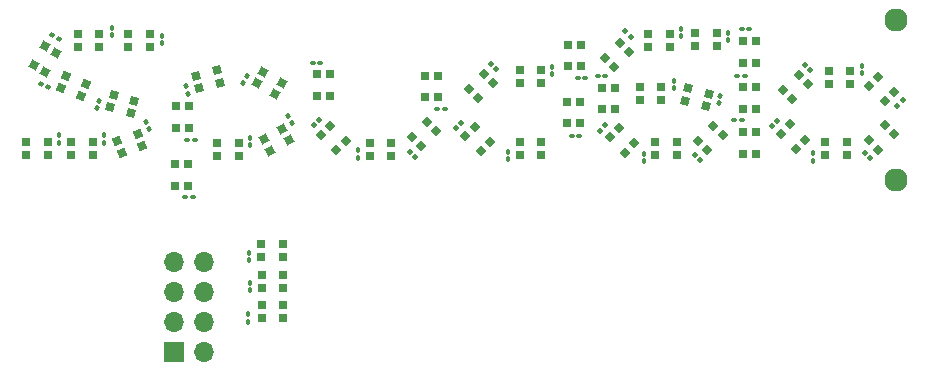
<source format=gts>
G04 #@! TF.GenerationSoftware,KiCad,Pcbnew,7.0.2-0*
G04 #@! TF.CreationDate,2023-10-15T17:43:40-05:00*
G04 #@! TF.ProjectId,spudglo_business_card,73707564-676c-46f5-9f62-7573696e6573,rev?*
G04 #@! TF.SameCoordinates,Original*
G04 #@! TF.FileFunction,Soldermask,Top*
G04 #@! TF.FilePolarity,Negative*
%FSLAX46Y46*%
G04 Gerber Fmt 4.6, Leading zero omitted, Abs format (unit mm)*
G04 Created by KiCad (PCBNEW 7.0.2-0) date 2023-10-15 17:43:40*
%MOMM*%
%LPD*%
G01*
G04 APERTURE LIST*
G04 Aperture macros list*
%AMRoundRect*
0 Rectangle with rounded corners*
0 $1 Rounding radius*
0 $2 $3 $4 $5 $6 $7 $8 $9 X,Y pos of 4 corners*
0 Add a 4 corners polygon primitive as box body*
4,1,4,$2,$3,$4,$5,$6,$7,$8,$9,$2,$3,0*
0 Add four circle primitives for the rounded corners*
1,1,$1+$1,$2,$3*
1,1,$1+$1,$4,$5*
1,1,$1+$1,$6,$7*
1,1,$1+$1,$8,$9*
0 Add four rect primitives between the rounded corners*
20,1,$1+$1,$2,$3,$4,$5,0*
20,1,$1+$1,$4,$5,$6,$7,0*
20,1,$1+$1,$6,$7,$8,$9,0*
20,1,$1+$1,$8,$9,$2,$3,0*%
%AMRotRect*
0 Rectangle, with rotation*
0 The origin of the aperture is its center*
0 $1 length*
0 $2 width*
0 $3 Rotation angle, in degrees counterclockwise*
0 Add horizontal line*
21,1,$1,$2,0,0,$3*%
G04 Aperture macros list end*
%ADD10RotRect,0.700000X0.700000X225.000000*%
%ADD11R,0.700000X0.700000*%
%ADD12RotRect,0.700000X0.700000X45.000000*%
%ADD13RotRect,0.700000X0.700000X195.000000*%
%ADD14RotRect,0.700000X0.700000X345.000000*%
%ADD15RotRect,0.700000X0.700000X30.000000*%
%ADD16RotRect,0.700000X0.700000X315.000000*%
%ADD17RotRect,0.700000X0.700000X135.000000*%
%ADD18RotRect,0.700000X0.700000X150.000000*%
%ADD19RotRect,0.700000X0.700000X165.000000*%
%ADD20RotRect,0.700000X0.700000X20.000000*%
%ADD21RotRect,0.700000X0.700000X60.000000*%
%ADD22RotRect,0.700000X0.700000X160.000000*%
%ADD23RoundRect,0.100000X0.100000X-0.130000X0.100000X0.130000X-0.100000X0.130000X-0.100000X-0.130000X0*%
%ADD24RoundRect,0.100000X-0.162635X0.021213X0.021213X-0.162635X0.162635X-0.021213X-0.021213X0.162635X0*%
%ADD25RoundRect,0.100000X-0.100000X0.130000X-0.100000X-0.130000X0.100000X-0.130000X0.100000X0.130000X0*%
%ADD26RoundRect,0.100000X-0.021213X-0.162635X0.162635X0.021213X0.021213X0.162635X-0.162635X-0.021213X0*%
%ADD27RoundRect,0.100000X0.021213X0.162635X-0.162635X-0.021213X-0.021213X-0.162635X0.162635X0.021213X0*%
%ADD28RoundRect,0.100000X-0.130000X-0.100000X0.130000X-0.100000X0.130000X0.100000X-0.130000X0.100000X0*%
%ADD29RoundRect,0.100000X0.130000X0.100000X-0.130000X0.100000X-0.130000X-0.100000X0.130000X-0.100000X0*%
%ADD30RoundRect,0.100000X0.151603X-0.062583X0.021603X0.162583X-0.151603X0.062583X-0.021603X-0.162583X0*%
%ADD31RoundRect,0.100000X-0.021603X0.162583X-0.151603X-0.062583X0.021603X-0.162583X0.151603X0.062583X0*%
%ADD32RoundRect,0.100000X0.162583X0.021603X-0.062583X0.151603X-0.162583X-0.021603X0.062583X-0.151603X0*%
%ADD33RoundRect,0.100000X0.162635X-0.021213X-0.021213X0.162635X-0.162635X0.021213X0.021213X-0.162635X0*%
%ADD34RoundRect,0.100000X0.160082X0.035690X-0.075558X0.145571X-0.160082X-0.035690X0.075558X-0.145571X0*%
%ADD35RoundRect,0.100000X0.130239X-0.099688X0.062946X0.151452X-0.130239X0.099688X-0.062946X-0.151452X0*%
%ADD36RoundRect,0.100000X0.062946X-0.151452X0.130239X0.099688X-0.062946X0.151452X-0.130239X-0.099688X0*%
%ADD37RoundRect,0.100000X-0.062946X0.151452X-0.130239X-0.099688X0.062946X-0.151452X0.130239X0.099688X0*%
%ADD38RoundRect,0.100000X0.138432X-0.087958X0.049507X0.156362X-0.138432X0.087958X-0.049507X-0.156362X0*%
%ADD39C,1.959000*%
%ADD40R,1.700000X1.700000*%
%ADD41O,1.700000X1.700000*%
G04 APERTURE END LIST*
D10*
X243281822Y-107173812D03*
X242504005Y-106395995D03*
X241210000Y-107690000D03*
X241987817Y-108467817D03*
D11*
X184330000Y-107750000D03*
X184330000Y-108850000D03*
X186160000Y-108850000D03*
X186160000Y-107750000D03*
X236260000Y-103170000D03*
X236260000Y-104270000D03*
X238090000Y-104270000D03*
X238090000Y-103170000D03*
D12*
X221812183Y-103302183D03*
X222590000Y-104080000D03*
X223884005Y-102785995D03*
X223106188Y-102008178D03*
D13*
X200742346Y-102768880D03*
X200457645Y-101706361D03*
X198690000Y-102180000D03*
X198974701Y-103242519D03*
D11*
X215220000Y-108980000D03*
X215220000Y-107880000D03*
X213390000Y-107880000D03*
X213390000Y-108980000D03*
X192960000Y-98680000D03*
X192960000Y-99780000D03*
X194790000Y-99780000D03*
X194790000Y-98680000D03*
D14*
X240362355Y-103216361D03*
X240077654Y-104278880D03*
X241845299Y-104752519D03*
X242130000Y-103690000D03*
D11*
X244990000Y-101110000D03*
X246090000Y-101110000D03*
X246090000Y-99280000D03*
X244990000Y-99280000D03*
D12*
X233295995Y-100674005D03*
X234073812Y-101451822D03*
X235367817Y-100157817D03*
X234590000Y-99380000D03*
D11*
X197990000Y-109680000D03*
X196890000Y-109680000D03*
X196890000Y-111510000D03*
X197990000Y-111510000D03*
X244990000Y-104980001D03*
X246090000Y-104980001D03*
X246090000Y-103150001D03*
X244990000Y-103150001D03*
X240965000Y-98570000D03*
X240965000Y-99670000D03*
X242795000Y-99670000D03*
X242795000Y-98570000D03*
D15*
X204425174Y-107565000D03*
X204975174Y-108517628D03*
X206560000Y-107602628D03*
X206010000Y-106650000D03*
D11*
X188110000Y-107790000D03*
X188110000Y-108890000D03*
X189940000Y-108890000D03*
X189940000Y-107790000D03*
D10*
X257771822Y-107133812D03*
X256994005Y-106355995D03*
X255700000Y-107650000D03*
X256477817Y-108427817D03*
D11*
X239420000Y-108880000D03*
X239420000Y-107780000D03*
X237590000Y-107780000D03*
X237590000Y-108880000D03*
X227920000Y-108880000D03*
X227920000Y-107780000D03*
X226090000Y-107780000D03*
X226090000Y-108880000D03*
X236960000Y-98680000D03*
X236960000Y-99780000D03*
X238790000Y-99780000D03*
X238790000Y-98680000D03*
X208930078Y-103905892D03*
X210030078Y-103905892D03*
X210030078Y-102075892D03*
X208930078Y-102075892D03*
D16*
X256483812Y-102258178D03*
X255705995Y-103035995D03*
X257000000Y-104330000D03*
X257777817Y-103552183D03*
D11*
X206095000Y-120120000D03*
X206095000Y-119020000D03*
X204265000Y-119020000D03*
X204265000Y-120120000D03*
D17*
X249484005Y-108374005D03*
X250261822Y-107596188D03*
X248967817Y-106302183D03*
X248190000Y-107080000D03*
D18*
X205407413Y-103713814D03*
X205957413Y-102761186D03*
X204372587Y-101846186D03*
X203822587Y-102798814D03*
D11*
X206070000Y-117560000D03*
X206070000Y-116460000D03*
X204240000Y-116460000D03*
X204240000Y-117560000D03*
X198090000Y-104779999D03*
X196990000Y-104779999D03*
X196990000Y-106609999D03*
X198090000Y-106609999D03*
D17*
X222806188Y-108551822D03*
X223584005Y-107774005D03*
X222290000Y-106480000D03*
X221512183Y-107257817D03*
D19*
X193205299Y-105342519D03*
X193490000Y-104280000D03*
X191722355Y-103806361D03*
X191437654Y-104868880D03*
D11*
X231190000Y-104380000D03*
X230090000Y-104380000D03*
X230090000Y-106210000D03*
X231190000Y-106210000D03*
D17*
X210584005Y-108474005D03*
X211361822Y-107696188D03*
X210067817Y-106402183D03*
X209290000Y-107180000D03*
D11*
X244990000Y-108780000D03*
X246090000Y-108780000D03*
X246090000Y-106950000D03*
X244990000Y-106950000D03*
X252275000Y-101793109D03*
X252275000Y-102893109D03*
X254105000Y-102893109D03*
X254105000Y-101793109D03*
X231290001Y-99549999D03*
X230190001Y-99549999D03*
X230190001Y-101379999D03*
X231290001Y-101379999D03*
D17*
X235042183Y-108687817D03*
X235820000Y-107910000D03*
X234525995Y-106615995D03*
X233748178Y-107393812D03*
D11*
X202300000Y-107840000D03*
X202300000Y-108940000D03*
X200470000Y-108940000D03*
X200470000Y-107840000D03*
X206100000Y-122670000D03*
X206100000Y-121570000D03*
X204270000Y-121570000D03*
X204270000Y-122670000D03*
D20*
X192030362Y-107705896D03*
X192406584Y-108739558D03*
X194126222Y-108113662D03*
X193750000Y-107080000D03*
D21*
X184980000Y-101290000D03*
X185932628Y-101840000D03*
X186847628Y-100255174D03*
X185895000Y-99705174D03*
D11*
X188690000Y-98680000D03*
X188690000Y-99780000D03*
X190520000Y-99780000D03*
X190520000Y-98680000D03*
X253820000Y-108930000D03*
X253820000Y-107830000D03*
X251990000Y-107830000D03*
X251990000Y-108930000D03*
X226090000Y-101680000D03*
X226090000Y-102780000D03*
X227920000Y-102780000D03*
X227920000Y-101680000D03*
X233067813Y-105009998D03*
X234167813Y-105009998D03*
X234167813Y-103179998D03*
X233067813Y-103179998D03*
X219190000Y-102180000D03*
X218090000Y-102180000D03*
X218090000Y-104010000D03*
X219190000Y-104010000D03*
D12*
X248418178Y-103396188D03*
X249195995Y-104174005D03*
X250490000Y-102880000D03*
X249712183Y-102102183D03*
D10*
X219025911Y-106863812D03*
X218248094Y-106085995D03*
X216954089Y-107380000D03*
X217731906Y-108157817D03*
D22*
X187274140Y-103257766D03*
X187650362Y-102224104D03*
X189370000Y-102850000D03*
X188993778Y-103883662D03*
D23*
X228850000Y-102070000D03*
X228850000Y-101430000D03*
D24*
X255320000Y-108720000D03*
X255772548Y-109172548D03*
D23*
X255120000Y-101960000D03*
X255120000Y-101320000D03*
D25*
X236610000Y-108770000D03*
X236610000Y-109410000D03*
D23*
X191550000Y-98740000D03*
X191550000Y-98100000D03*
D26*
X258080000Y-104720000D03*
X258532548Y-104267452D03*
D23*
X203290000Y-108065000D03*
X203290000Y-107425000D03*
D25*
X225090000Y-108630000D03*
X225090000Y-109270000D03*
D26*
X208657449Y-106382545D03*
X209109997Y-105929997D03*
D27*
X221176274Y-106193726D03*
X220723726Y-106646274D03*
D28*
X219120000Y-105000000D03*
X219760000Y-105000000D03*
D29*
X245160000Y-102170000D03*
X244520000Y-102170000D03*
D30*
X206850000Y-106164256D03*
X206530000Y-105610000D03*
D24*
X240947678Y-108877678D03*
X241400226Y-109330226D03*
D31*
X203030000Y-102222872D03*
X202710000Y-102777128D03*
D32*
X187067128Y-99090000D03*
X186512872Y-98770000D03*
D33*
X235490226Y-98870226D03*
X235037678Y-98417678D03*
D27*
X247906274Y-105973726D03*
X247453726Y-106426274D03*
D28*
X197780000Y-112480000D03*
X198420000Y-112480000D03*
D33*
X250692548Y-101682548D03*
X250240000Y-101230000D03*
D23*
X239160000Y-103225000D03*
X239160000Y-102585000D03*
D29*
X244930000Y-105960000D03*
X244290000Y-105960000D03*
D34*
X186180018Y-103135238D03*
X185599982Y-102864762D03*
D23*
X203100000Y-123020000D03*
X203100000Y-122380000D03*
D35*
X198052822Y-103709096D03*
X197887178Y-103090904D03*
D25*
X195830000Y-98800000D03*
X195830000Y-99440000D03*
D23*
X203230000Y-120355000D03*
X203230000Y-119715000D03*
X190910001Y-107859998D03*
X190910001Y-107219998D03*
D28*
X231000000Y-102370000D03*
X231640000Y-102370000D03*
D23*
X203200000Y-117795000D03*
X203200000Y-117155000D03*
D24*
X216820000Y-108640000D03*
X217272548Y-109092548D03*
D33*
X224126274Y-101626274D03*
X223673726Y-101173726D03*
D29*
X233360000Y-102180000D03*
X232720000Y-102180000D03*
D23*
X212380000Y-109150000D03*
X212380000Y-108510000D03*
D36*
X242940000Y-104490000D03*
X243105644Y-103871808D03*
D27*
X233316274Y-106383726D03*
X232863726Y-106836274D03*
D23*
X187140000Y-107870000D03*
X187140000Y-107230000D03*
X239760000Y-98830000D03*
X239760000Y-98190000D03*
D37*
X190482822Y-104300904D03*
X190317178Y-104919096D03*
D28*
X230500000Y-107310000D03*
X231140000Y-107310000D03*
D29*
X245530000Y-98260000D03*
X244890000Y-98260000D03*
D38*
X194681449Y-106686508D03*
X194462557Y-106085104D03*
D29*
X209205000Y-101100000D03*
X208565000Y-101100000D03*
D25*
X250960000Y-108720000D03*
X250960000Y-109360000D03*
D23*
X243780000Y-99170000D03*
X243780000Y-98530000D03*
D28*
X197950000Y-107590000D03*
X198590000Y-107590000D03*
D39*
X258000000Y-97440000D03*
X258000000Y-111030000D03*
D40*
X196850000Y-125580000D03*
D41*
X199390000Y-125580000D03*
X196850000Y-123040000D03*
X199390000Y-123040000D03*
X196850000Y-120500000D03*
X199390000Y-120500000D03*
X196850000Y-117960000D03*
X199390000Y-117960000D03*
M02*

</source>
